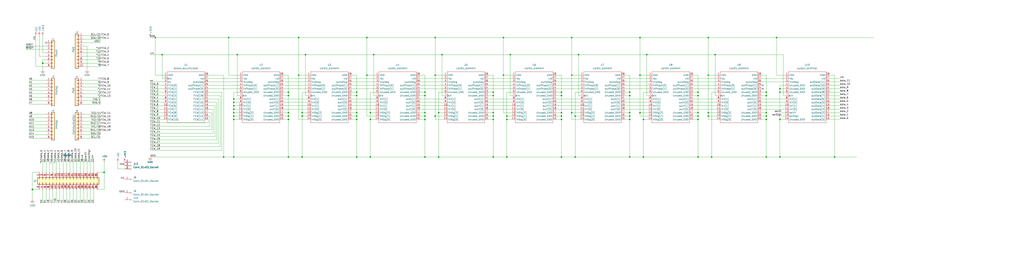
<source format=kicad_sch>
(kicad_sch (version 20250114) (generator "eeschema") (generator_version "9.0")
  (paper "User" 762 203.2)
  (title_block (date "mar. 31 mars 2015"))
  (junction (at 417.83 68.58))
  (junction (at 326.39 83.82))
  (junction (at 316.23 68.58))
  (junction (at 173.99 88.9))
  (junction (at 173.99 86.36))
  (junction (at 417.83 71.12))
  (junction (at 532.13 40.64))
  (junction (at 468.63 71.12))
  (junction (at 580.39 116.84))
  (junction (at 326.39 116.84))
  (junction (at 265.43 88.9))
  (junction (at 24.13 140.97) (diameter 1.016))
  (junction (at 478.79 116.84))
  (junction (at 476.25 83.82))
  (junction (at 417.83 116.84))
  (junction (at 481.33 40.64))
  (junction (at 265.43 71.12))
  (junction (at 427.99 86.36))
  (junction (at 265.43 116.84))
  (junction (at 214.63 83.82))
  (junction (at 273.05 27.94))
  (junction (at 417.83 86.36))
  (junction (at 214.63 116.84))
  (junction (at 468.63 86.36))
  (junction (at 275.59 83.82))
  (junction (at 580.39 66.04))
  (junction (at 173.99 76.2))
  (junction (at 425.45 83.82))
  (junction (at 417.83 88.9))
  (junction (at 316.23 86.36))
  (junction (at 570.23 88.9))
  (junction (at 227.33 40.64))
  (junction (at 173.99 116.84))
  (junction (at 31.75 46.99) (diameter 1.016))
  (junction (at 476.25 27.94))
  (junction (at 173.99 73.66))
  (junction (at 214.63 71.12))
  (junction (at 570.23 86.36))
  (junction (at 224.79 86.36))
  (junction (at 328.93 40.64))
  (junction (at 379.73 40.64))
  (junction (at 278.13 40.64))
  (junction (at 323.85 27.94))
  (junction (at 468.63 68.58))
  (junction (at 519.43 88.9))
  (junction (at 275.59 116.84))
  (junction (at 577.85 27.94))
  (junction (at 468.63 88.9))
  (junction (at 519.43 68.58))
  (junction (at 374.65 27.94))
  (junction (at 275.59 88.9))
  (junction (at 580.39 88.9))
  (junction (at 323.85 86.36))
  (junction (at 214.63 86.36))
  (junction (at 425.45 27.94))
  (junction (at 427.99 116.84))
  (junction (at 621.03 116.84))
  (junction (at 173.99 83.82))
  (junction (at 519.43 83.82))
  (junction (at 176.53 40.64))
  (junction (at 367.03 116.84))
  (junction (at 224.79 83.82))
  (junction (at 367.03 83.82))
  (junction (at 115.57 27.94))
  (junction (at 170.18 27.94))
  (junction (at 367.03 71.12))
  (junction (at 214.63 88.9))
  (junction (at 367.03 68.58))
  (junction (at 478.79 88.9))
  (junction (at 222.25 27.94))
  (junction (at 273.05 55.88))
  (junction (at 265.43 86.36))
  (junction (at 527.05 55.88))
  (junction (at 120.65 40.64))
  (junction (at 468.63 116.84))
  (junction (at 570.23 83.82))
  (junction (at 316.23 71.12))
  (junction (at 377.19 88.9))
  (junction (at 527.05 86.36))
  (junction (at 173.99 81.28))
  (junction (at 476.25 55.88))
  (junction (at 214.63 68.58))
  (junction (at 166.37 116.84))
  (junction (at 468.63 83.82))
  (junction (at 580.39 68.58))
  (junction (at 527.05 27.94))
  (junction (at 316.23 116.84))
  (junction (at 224.79 116.84))
  (junction (at 377.19 116.84))
  (junction (at 265.43 68.58))
  (junction (at 222.25 55.88))
  (junction (at 367.03 88.9))
  (junction (at 519.43 86.36))
  (junction (at 265.43 83.82))
  (junction (at 316.23 83.82))
  (junction (at 519.43 71.12))
  (junction (at 570.23 68.58))
  (junction (at 425.45 55.88))
  (junction (at 173.99 78.74))
  (junction (at 570.23 116.84))
  (junction (at 367.03 86.36))
  (junction (at 430.53 40.64))
  (junction (at 519.43 116.84))
  (junction (at 377.19 86.36))
  (junction (at 527.05 83.82))
  (junction (at 570.23 71.12))
  (junction (at 374.65 55.88))
  (junction (at 77.47 128.27) (diameter 1.016))
  (junction (at 323.85 55.88))
  (junction (at 529.59 116.84))
  (junction (at 417.83 83.82))
  (junction (at 316.23 88.9))
  (no_connect (at 567.69 66.04))
  (no_connect (at 567.69 63.5))
  (no_connect (at 34.29 31.75))
  (wire (pts (xy 154.94 76.2) (xy 161.29 76.2)))
  (wire (pts (xy 111.76 116.84) (xy 166.37 116.84)))
  (wire (pts (xy 478.79 88.9) (xy 482.6 88.9)))
  (wire (pts (xy 62.23 77.47) (xy 74.93 77.47)))
  (wire (pts (xy 427.99 68.58) (xy 427.99 86.36)))
  (wire (pts (xy 427.99 86.36) (xy 431.8 86.36)))
  (wire (pts (xy 158.75 81.28) (xy 158.75 99.06)))
  (wire (pts (xy 173.99 88.9) (xy 173.99 116.84)))
  (wire (pts (xy 431.8 68.58) (xy 427.99 68.58)))
  (wire (pts (xy 515.62 78.74) (xy 533.4 78.74)))
  (wire (pts (xy 464.82 88.9) (xy 468.63 88.9)))
  (wire (pts (xy 316.23 88.9) (xy 316.23 116.84)))
  (wire (pts (xy 224.79 86.36) (xy 228.6 86.36)))
  (wire (pts (xy 377.19 88.9) (xy 381 88.9)))
  (wire (pts (xy 21.59 77.47) (xy 34.29 77.47)))
  (wire (pts (xy 363.22 55.88) (xy 367.03 55.88)))
  (wire (pts (xy 468.63 116.84) (xy 478.79 116.84)))
  (wire (pts (xy 62.23 44.45) (xy 74.93 44.45)))
  (wire (pts (xy 46.99 118.11) (xy 46.99 128.27)))
  (wire (pts (xy 173.99 76.2) (xy 173.99 78.74)))
  (wire (pts (xy 464.82 86.36) (xy 468.63 86.36)))
  (wire (pts (xy 173.99 68.58) (xy 173.99 73.66)))
  (wire (pts (xy 278.13 71.12) (xy 278.13 40.64)))
  (wire (pts (xy 617.22 68.58) (xy 624.84 68.58)))
  (wire (pts (xy 464.82 58.42) (xy 482.6 58.42)))
  (wire (pts (xy 222.25 27.94) (xy 273.05 27.94)))
  (wire (pts (xy 62.23 26.67) (xy 74.93 26.67)))
  (wire (pts (xy 468.63 68.58) (xy 468.63 71.12)))
  (wire (pts (xy 111.76 71.12) (xy 121.92 71.12)))
  (wire (pts (xy 49.53 118.11) (xy 49.53 128.27)))
  (wire (pts (xy 177.8 55.88) (xy 170.18 55.88)))
  (wire (pts (xy 414.02 71.12) (xy 417.83 71.12)))
  (wire (pts (xy 417.83 55.88) (xy 417.83 68.58)))
  (wire (pts (xy 381 83.82) (xy 374.65 83.82)))
  (wire (pts (xy 275.59 88.9) (xy 279.4 88.9)))
  (wire (pts (xy 77.47 128.27) (xy 77.47 140.97)))
  (wire (pts (xy 617.22 86.36) (xy 624.84 86.36)))
  (wire (pts (xy 173.99 81.28) (xy 177.8 81.28)))
  (wire (pts (xy 367.03 68.58) (xy 367.03 71.12)))
  (wire (pts (xy 157.48 83.82) (xy 157.48 96.52)))
  (wire (pts (xy 430.53 71.12) (xy 431.8 71.12)))
  (wire (pts (xy 431.8 88.9) (xy 425.45 88.9)))
  (wire (pts (xy 29.21 128.27) (xy 24.13 128.27)))
  (wire (pts (xy 532.13 40.64) (xy 582.93 40.64)))
  (wire (pts (xy 323.85 86.36) (xy 330.2 86.36)))
  (wire (pts (xy 580.39 68.58) (xy 580.39 88.9)))
  (wire (pts (xy 111.76 111.76) (xy 165.1 111.76)))
  (wire (pts (xy 529.59 68.58) (xy 529.59 116.84)))
  (wire (pts (xy 62.23 90.17) (xy 74.93 90.17)))
  (wire (pts (xy 31.75 44.45) (xy 31.75 46.99)))
  (wire (pts (xy 177.8 83.82) (xy 173.99 83.82)))
  (wire (pts (xy 111.76 109.22) (xy 163.83 109.22)))
  (wire (pts (xy 154.94 58.42) (xy 177.8 58.42)))
  (wire (pts (xy 367.03 55.88) (xy 367.03 68.58)))
  (wire (pts (xy 162.56 73.66) (xy 162.56 106.68)))
  (wire (pts (xy 173.99 88.9) (xy 177.8 88.9)))
  (wire (pts (xy 577.85 27.94) (xy 650.24 27.94)))
  (wire (pts (xy 214.63 116.84) (xy 224.79 116.84)))
  (wire (pts (xy 312.42 63.5) (xy 330.2 63.5)))
  (wire (pts (xy 52.07 140.97) (xy 52.07 151.13)))
  (wire (pts (xy 21.59 72.39) (xy 34.29 72.39)))
  (wire (pts (xy 224.79 83.82) (xy 228.6 83.82)))
  (wire (pts (xy 323.85 86.36) (xy 323.85 55.88)))
  (wire (pts (xy 120.65 40.64) (xy 176.53 40.64)))
  (wire (pts (xy 228.6 55.88) (xy 222.25 55.88)))
  (wire (pts (xy 533.4 68.58) (xy 529.59 68.58)))
  (wire (pts (xy 156.21 86.36) (xy 154.94 86.36)))
  (wire (pts (xy 57.15 118.11) (xy 57.15 128.27)))
  (wire (pts (xy 224.79 116.84) (xy 265.43 116.84)))
  (wire (pts (xy 316.23 55.88) (xy 316.23 68.58)))
  (wire (pts (xy 515.62 68.58) (xy 519.43 68.58)))
  (wire (pts (xy 527.05 83.82) (xy 527.05 55.88)))
  (wire (pts (xy 580.39 63.5) (xy 580.39 66.04)))
  (wire (pts (xy 323.85 88.9) (xy 323.85 86.36)))
  (wire (pts (xy 34.29 118.11) (xy 34.29 128.27)))
  (wire (pts (xy 69.85 118.11) (xy 69.85 128.27)))
  (wire (pts (xy 566.42 55.88) (xy 570.23 55.88)))
  (wire (pts (xy 527.05 83.82) (xy 533.4 83.82)))
  (wire (pts (xy 379.73 40.64) (xy 430.53 40.64)))
  (wire (pts (xy 515.62 58.42) (xy 533.4 58.42)))
  (wire (pts (xy 580.39 88.9) (xy 584.2 88.9)))
  (wire (pts (xy 330.2 88.9) (xy 323.85 88.9)))
  (wire (pts (xy 515.62 55.88) (xy 519.43 55.88)))
  (wire (pts (xy 363.22 81.28) (xy 381 81.28)))
  (wire (pts (xy 31.75 46.99) (xy 31.75 52.07)))
  (wire (pts (xy 379.73 71.12) (xy 379.73 40.64)))
  (wire (pts (xy 529.59 116.84) (xy 570.23 116.84)))
  (wire (pts (xy 111.76 106.68) (xy 162.56 106.68)))
  (wire (pts (xy 173.99 83.82) (xy 173.99 86.36)))
  (wire (pts (xy 519.43 55.88) (xy 519.43 68.58)))
  (wire (pts (xy 377.19 88.9) (xy 377.19 116.84)))
  (wire (pts (xy 210.82 71.12) (xy 214.63 71.12)))
  (wire (pts (xy 464.82 78.74) (xy 482.6 78.74)))
  (wire (pts (xy 328.93 40.64) (xy 379.73 40.64)))
  (wire (pts (xy 120.65 58.42) (xy 120.65 40.64)))
  (wire (pts (xy 64.77 140.97) (xy 64.77 151.13)))
  (wire (pts (xy 316.23 68.58) (xy 316.23 71.12)))
  (wire (pts (xy 154.94 68.58) (xy 165.1 68.58)))
  (wire (pts (xy 31.75 39.37) (xy 34.29 39.37)))
  (wire (pts (xy 44.45 118.11) (xy 44.45 128.27)))
  (wire (pts (xy 29.21 41.91) (xy 34.29 41.91)))
  (wire (pts (xy 154.94 88.9) (xy 154.94 91.44)))
  (wire (pts (xy 54.61 140.97) (xy 54.61 151.13)))
  (wire (pts (xy 210.82 63.5) (xy 228.6 63.5)))
  (wire (pts (xy 261.62 68.58) (xy 265.43 68.58)))
  (wire (pts (xy 374.65 27.94) (xy 425.45 27.94)))
  (wire (pts (xy 617.22 58.42) (xy 624.84 58.42)))
  (wire (pts (xy 29.21 26.67) (xy 29.21 41.91)))
  (wire (pts (xy 468.63 71.12) (xy 468.63 83.82)))
  (wire (pts (xy 21.59 102.87) (xy 34.29 102.87)))
  (wire (pts (xy 363.22 86.36) (xy 367.03 86.36)))
  (wire (pts (xy 39.37 140.97) (xy 39.37 151.13)))
  (wire (pts (xy 519.43 68.58) (xy 519.43 71.12)))
  (wire (pts (xy 154.94 81.28) (xy 158.75 81.28)))
  (wire (pts (xy 62.23 140.97) (xy 62.23 151.13)))
  (wire (pts (xy 527.05 27.94) (xy 577.85 27.94)))
  (wire (pts (xy 210.82 83.82) (xy 214.63 83.82)))
  (wire (pts (xy 111.76 66.04) (xy 121.92 66.04)))
  (wire (pts (xy 214.63 86.36) (xy 214.63 88.9)))
  (wire (pts (xy 464.82 63.5) (xy 482.6 63.5)))
  (wire (pts (xy 414.02 66.04) (xy 431.8 66.04)))
  (wire (pts (xy 62.23 36.83) (xy 74.93 36.83)))
  (wire (pts (xy 515.62 66.04) (xy 533.4 66.04)))
  (wire (pts (xy 273.05 55.88) (xy 273.05 27.94)))
  (wire (pts (xy 111.76 86.36) (xy 121.92 86.36)))
  (wire (pts (xy 31.75 26.67) (xy 31.75 39.37)))
  (wire (pts (xy 62.23 59.69) (xy 74.93 59.69)))
  (wire (pts (xy 111.76 101.6) (xy 160.02 101.6)))
  (wire (pts (xy 328.93 71.12) (xy 330.2 71.12)))
  (wire (pts (xy 617.22 78.74) (xy 624.84 78.74)))
  (wire (pts (xy 464.82 66.04) (xy 482.6 66.04)))
  (wire (pts (xy 367.03 86.36) (xy 367.03 88.9)))
  (wire (pts (xy 34.29 59.69) (xy 21.59 59.69)))
  (wire (pts (xy 279.4 55.88) (xy 273.05 55.88)))
  (wire (pts (xy 570.23 83.82) (xy 570.23 86.36)))
  (wire (pts (xy 312.42 88.9) (xy 316.23 88.9)))
  (wire (pts (xy 566.42 58.42) (xy 584.2 58.42)))
  (wire (pts (xy 62.23 39.37) (xy 74.93 39.37)))
  (wire (pts (xy 414.02 68.58) (xy 417.83 68.58)))
  (wire (pts (xy 476.25 83.82) (xy 482.6 83.82)))
  (wire (pts (xy 566.42 76.2) (xy 584.2 76.2)))
  (wire (pts (xy 617.22 71.12) (xy 624.84 71.12)))
  (wire (pts (xy 414.02 88.9) (xy 417.83 88.9)))
  (wire (pts (xy 515.62 60.96) (xy 533.4 60.96)))
  (wire (pts (xy 34.29 100.33) (xy 21.59 100.33)))
  (wire (pts (xy 312.42 73.66) (xy 330.2 73.66)))
  (wire (pts (xy 464.82 71.12) (xy 468.63 71.12)))
  (wire (pts (xy 111.76 91.44) (xy 154.94 91.44)))
  (wire (pts (xy 210.82 68.58) (xy 214.63 68.58)))
  (wire (pts (xy 566.42 71.12) (xy 570.23 71.12)))
  (wire (pts (xy 377.19 116.84) (xy 417.83 116.84)))
  (wire (pts (xy 617.22 63.5) (xy 624.84 63.5)))
  (wire (pts (xy 427.99 86.36) (xy 427.99 116.84)))
  (wire (pts (xy 476.25 55.88) (xy 476.25 27.94)))
  (wire (pts (xy 156.21 86.36) (xy 156.21 93.98)))
  (wire (pts (xy 468.63 88.9) (xy 468.63 116.84)))
  (wire (pts (xy 62.23 62.23) (xy 74.93 62.23)))
  (wire (pts (xy 464.82 60.96) (xy 482.6 60.96)))
  (wire (pts (xy 414.02 73.66) (xy 431.8 73.66)))
  (wire (pts (xy 111.76 27.94) (xy 115.57 27.94)))
  (wire (pts (xy 210.82 55.88) (xy 214.63 55.88)))
  (wire (pts (xy 468.63 86.36) (xy 468.63 88.9)))
  (wire (pts (xy 363.22 66.04) (xy 381 66.04)))
  (wire (pts (xy 227.33 40.64) (xy 278.13 40.64)))
  (wire (pts (xy 621.03 116.84) (xy 637.54 116.84)))
  (wire (pts (xy 464.82 83.82) (xy 468.63 83.82)))
  (wire (pts (xy 476.25 86.36) (xy 476.25 83.82)))
  (wire (pts (xy 581.66 83.82) (xy 584.2 83.82)))
  (wire (pts (xy 62.23 97.79) (xy 74.93 97.79)))
  (wire (pts (xy 363.22 88.9) (xy 367.03 88.9)))
  (wire (pts (xy 519.43 71.12) (xy 519.43 83.82)))
  (wire (pts (xy 515.62 76.2) (xy 533.4 76.2)))
  (wire (pts (xy 617.22 76.2) (xy 624.84 76.2)))
  (wire (pts (xy 363.22 78.74) (xy 381 78.74)))
  (wire (pts (xy 519.43 116.84) (xy 529.59 116.84)))
  (wire (pts (xy 617.22 66.04) (xy 624.84 66.04)))
  (wire (pts (xy 279.4 86.36) (xy 273.05 86.36)))
  (wire (pts (xy 265.43 55.88) (xy 265.43 68.58)))
  (wire (pts (xy 54.61 118.11) (xy 54.61 128.27)))
  (wire (pts (xy 482.6 68.58) (xy 478.79 68.58)))
  (wire (pts (xy 265.43 86.36) (xy 265.43 88.9)))
  (wire (pts (xy 222.25 88.9) (xy 222.25 55.88)))
  (wire (pts (xy 261.62 76.2) (xy 279.4 76.2)))
  (wire (pts (xy 24.13 128.27) (xy 24.13 140.97)))
  (wire (pts (xy 519.43 83.82) (xy 519.43 86.36)))
  (wire (pts (xy 265.43 68.58) (xy 265.43 71.12)))
  (wire (pts (xy 39.37 118.11) (xy 39.37 128.27)))
  (wire (pts (xy 29.21 140.97) (xy 24.13 140.97)))
  (wire (pts (xy 176.53 71.12) (xy 176.53 40.64)))
  (wire (pts (xy 273.05 27.94) (xy 323.85 27.94)))
  (wire (pts (xy 210.82 81.28) (xy 228.6 81.28)))
  (wire (pts (xy 261.62 86.36) (xy 265.43 86.36)))
  (wire (pts (xy 62.23 46.99) (xy 74.93 46.99)))
  (wire (pts (xy 62.23 118.11) (xy 62.23 128.27)))
  (wire (pts (xy 312.42 83.82) (xy 316.23 83.82)))
  (wire (pts (xy 275.59 83.82) (xy 279.4 83.82)))
  (wire (pts (xy 381 68.58) (xy 377.19 68.58)))
  (wire (pts (xy 214.63 68.58) (xy 214.63 71.12)))
  (wire (pts (xy 515.62 71.12) (xy 519.43 71.12)))
  (wire (pts (xy 59.69 118.11) (xy 59.69 128.27)))
  (wire (pts (xy 261.62 78.74) (xy 279.4 78.74)))
  (wire (pts (xy 41.91 140.97) (xy 41.91 151.13)))
  (wire (pts (xy 59.69 140.97) (xy 59.69 151.13)))
  (wire (pts (xy 111.76 83.82) (xy 121.92 83.82)))
  (wire (pts (xy 36.83 140.97) (xy 36.83 151.13)))
  (wire (pts (xy 67.31 118.11) (xy 67.31 128.27)))
  (wire (pts (xy 566.42 68.58) (xy 570.23 68.58)))
  (wire (pts (xy 425.45 83.82) (xy 425.45 88.9)))
  (wire (pts (xy 519.43 86.36) (xy 519.43 88.9)))
  (wire (pts (xy 431.8 55.88) (xy 425.45 55.88)))
  (wire (pts (xy 261.62 73.66) (xy 279.4 73.66)))
  (wire (pts (xy 62.23 67.31) (xy 74.93 67.31)))
  (wire (pts (xy 580.39 116.84) (xy 621.03 116.84)))
  (wire (pts (xy 570.23 55.88) (xy 570.23 68.58)))
  (wire (pts (xy 227.33 71.12) (xy 228.6 71.12)))
  (wire (pts (xy 46.99 140.97) (xy 46.99 151.13)))
  (wire (pts (xy 210.82 88.9) (xy 214.63 88.9)))
  (wire (pts (xy 273.05 86.36) (xy 273.05 55.88)))
  (wire (pts (xy 166.37 55.88) (xy 166.37 116.84)))
  (wire (pts (xy 261.62 60.96) (xy 279.4 60.96)))
  (wire (pts (xy 161.29 76.2) (xy 161.29 104.14)))
  (wire (pts (xy 41.91 118.11) (xy 41.91 128.27)))
  (wire (pts (xy 527.05 86.36) (xy 533.4 86.36)))
  (wire (pts (xy 228.6 68.58) (xy 224.79 68.58)))
  (wire (pts (xy 312.42 60.96) (xy 330.2 60.96)))
  (wire (pts (xy 177.8 68.58) (xy 173.99 68.58)))
  (wire (pts (xy 210.82 73.66) (xy 228.6 73.66)))
  (wire (pts (xy 19.05 34.29) (xy 34.29 34.29)))
  (wire (pts (xy 160.02 78.74) (xy 160.02 101.6)))
  (wire (pts (xy 363.22 83.82) (xy 367.03 83.82)))
  (wire (pts (xy 261.62 55.88) (xy 265.43 55.88)))
  (wire (pts (xy 570.23 86.36) (xy 570.23 88.9)))
  (wire (pts (xy 275.59 68.58) (xy 275.59 83.82)))
  (wire (pts (xy 377.19 86.36) (xy 377.19 88.9)))
  (wire (pts (xy 154.94 66.04) (xy 177.8 66.04)))
  (wire (pts (xy 468.63 83.82) (xy 468.63 86.36)))
  (wire (pts (xy 87.63 120.65) (xy 87.63 125.73)))
  (wire (pts (xy 265.43 83.82) (xy 265.43 86.36)))
  (wire (pts (xy 210.82 60.96) (xy 228.6 60.96)))
  (wire (pts (xy 115.57 55.88) (xy 115.57 27.94)))
  (wire (pts (xy 210.82 66.04) (xy 228.6 66.04)))
  (wire (pts (xy 154.94 73.66) (xy 162.56 73.66)))
  (wire (pts (xy 481.33 71.12) (xy 481.33 40.64)))
  (wire (pts (xy 584.2 55.88) (xy 577.85 55.88)))
  (wire (pts (xy 414.02 76.2) (xy 431.8 76.2)))
  (wire (pts (xy 62.23 87.63) (xy 74.93 87.63)))
  (wire (pts (xy 77.47 120.65) (xy 77.47 128.27)))
  (wire (pts (xy 468.63 55.88) (xy 468.63 68.58)))
  (wire (pts (xy 363.22 68.58) (xy 367.03 68.58)))
  (wire (pts (xy 326.39 116.84) (xy 367.03 116.84)))
  (wire (pts (xy 224.79 68.58) (xy 224.79 83.82)))
  (wire (pts (xy 228.6 88.9) (xy 222.25 88.9)))
  (wire (pts (xy 64.77 34.29) (xy 64.77 52.07)))
  (wire (pts (xy 111.76 81.28) (xy 121.92 81.28)))
  (wire (pts (xy 62.23 102.87) (xy 74.93 102.87)))
  (wire (pts (xy 566.42 81.28) (xy 584.2 81.28)))
  (wire (pts (xy 363.22 71.12) (xy 367.03 71.12)))
  (wire (pts (xy 261.62 83.82) (xy 265.43 83.82)))
  (wire (pts (xy 62.23 31.75) (xy 74.93 31.75)))
  (wire (pts (xy 533.4 88.9) (xy 527.05 88.9)))
  (wire (pts (xy 111.76 104.14) (xy 161.29 104.14)))
  (wire (pts (xy 72.39 128.27) (xy 77.47 128.27)))
  (wire (pts (xy 478.79 116.84) (xy 519.43 116.84)))
  (wire (pts (xy 275.59 116.84) (xy 316.23 116.84)))
  (wire (pts (xy 62.23 95.25) (xy 74.93 95.25)))
  (wire (pts (xy 111.76 68.58) (xy 121.92 68.58)))
  (wire (pts (xy 21.59 92.71) (xy 34.29 92.71)))
  (wire (pts (xy 481.33 71.12) (xy 482.6 71.12)))
  (wire (pts (xy 566.42 88.9) (xy 570.23 88.9)))
  (wire (pts (xy 34.29 64.77) (xy 21.59 64.77)))
  (wire (pts (xy 19.05 36.83) (xy 34.29 36.83)))
  (wire (pts (xy 278.13 71.12) (xy 279.4 71.12)))
  (wire (pts (xy 157.48 83.82) (xy 154.94 83.82)))
  (wire (pts (xy 62.23 85.09) (xy 74.93 85.09)))
  (wire (pts (xy 323.85 27.94) (xy 374.65 27.94)))
  (wire (pts (xy 34.29 46.99) (xy 31.75 46.99)))
  (wire (pts (xy 377.19 68.58) (xy 377.19 86.36)))
  (wire (pts (xy 265.43 71.12) (xy 265.43 83.82)))
  (wire (pts (xy 584.2 68.58) (xy 580.39 68.58)))
  (wire (pts (xy 580.39 88.9) (xy 580.39 116.84)))
  (wire (pts (xy 417.83 68.58) (xy 417.83 71.12)))
  (wire (pts (xy 312.42 76.2) (xy 330.2 76.2)))
  (wire (pts (xy 617.22 88.9) (xy 624.84 88.9)))
  (wire (pts (xy 377.19 86.36) (xy 381 86.36)))
  (wire (pts (xy 170.18 27.94) (xy 222.25 27.94)))
  (wire (pts (xy 275.59 83.82) (xy 275.59 88.9)))
  (wire (pts (xy 326.39 68.58) (xy 326.39 83.82)))
  (wire (pts (xy 111.76 40.64) (xy 120.65 40.64)))
  (wire (pts (xy 417.83 88.9) (xy 417.83 116.84)))
  (wire (pts (xy 570.23 68.58) (xy 570.23 71.12)))
  (wire (pts (xy 527.05 55.88) (xy 527.05 27.94)))
  (wire (pts (xy 580.39 66.04) (xy 580.39 68.58)))
  (wire (pts (xy 323.85 55.88) (xy 323.85 27.94)))
  (wire (pts (xy 173.99 73.66) (xy 177.8 73.66)))
  (wire (pts (xy 570.23 71.12) (xy 570.23 83.82)))
  (wire (pts (xy 427.99 116.84) (xy 468.63 116.84)))
  (wire (pts (xy 414.02 78.74) (xy 431.8 78.74)))
  (wire (pts (xy 316.23 86.36) (xy 316.23 88.9)))
  (wire (pts (xy 279.4 68.58) (xy 275.59 68.58)))
  (wire (pts (xy 176.53 71.12) (xy 177.8 71.12)))
  (wire (pts (xy 176.53 40.64) (xy 227.33 40.64)))
  (wire (pts (xy 519.43 88.9) (xy 519.43 116.84)))
  (wire (pts (xy 567.69 66.04) (xy 566.42 66.04)))
  (wire (pts (xy 173.99 78.74) (xy 177.8 78.74)))
  (wire (pts (xy 173.99 73.66) (xy 173.99 76.2)))
  (wire (pts (xy 414.02 81.28) (xy 431.8 81.28)))
  (wire (pts (xy 34.29 49.53) (xy 26.67 49.53)))
  (wire (pts (xy 210.82 58.42) (xy 228.6 58.42)))
  (wire (pts (xy 31.75 118.11) (xy 31.75 128.27)))
  (wire (pts (xy 312.42 78.74) (xy 330.2 78.74)))
  (wire (pts (xy 367.03 116.84) (xy 377.19 116.84)))
  (wire (pts (xy 111.76 76.2) (xy 121.92 76.2)))
  (wire (pts (xy 224.79 86.36) (xy 224.79 116.84)))
  (wire (pts (xy 621.03 55.88) (xy 621.03 116.84)))
  (wire (pts (xy 21.59 62.23) (xy 34.29 62.23)))
  (wire (pts (xy 566.42 86.36) (xy 570.23 86.36)))
  (wire (pts (xy 580.39 66.04) (xy 584.2 66.04)))
  (wire (pts (xy 478.79 68.58) (xy 478.79 88.9)))
  (wire (pts (xy 414.02 86.36) (xy 417.83 86.36)))
  (wire (pts (xy 379.73 71.12) (xy 381 71.12)))
  (wire (pts (xy 363.22 60.96) (xy 381 60.96)))
  (wire (pts (xy 34.29 140.97) (xy 34.29 151.13)))
  (wire (pts (xy 464.82 73.66) (xy 482.6 73.66)))
  (wire (pts (xy 111.76 88.9) (xy 121.92 88.9)))
  (wire (pts (xy 214.63 55.88) (xy 214.63 68.58)))
  (wire (pts (xy 464.82 55.88) (xy 468.63 55.88)))
  (wire (pts (xy 570.23 116.84) (xy 580.39 116.84)))
  (wire (pts (xy 515.62 63.5) (xy 533.4 63.5)))
  (wire (pts (xy 210.82 78.74) (xy 228.6 78.74)))
  (wire (pts (xy 170.18 55.88) (xy 170.18 27.94)))
  (wire (pts (xy 111.76 63.5) (xy 121.92 63.5)))
  (wire (pts (xy 154.94 71.12) (xy 163.83 71.12)))
  (wire (pts (xy 533.4 55.88) (xy 527.05 55.88)))
  (wire (pts (xy 363.22 76.2) (xy 381 76.2)))
  (wire (pts (xy 581.66 86.36) (xy 584.2 86.36)))
  (wire (pts (xy 482.6 55.88) (xy 476.25 55.88)))
  (wire (pts (xy 265.43 88.9) (xy 265.43 116.84)))
  (wire (pts (xy 326.39 83.82) (xy 326.39 116.84)))
  (wire (pts (xy 57.15 140.97) (xy 57.15 151.13)))
  (wire (pts (xy 111.76 60.96) (xy 121.92 60.96)))
  (wire (pts (xy 275.59 88.9) (xy 275.59 116.84)))
  (wire (pts (xy 476.25 83.82) (xy 476.25 55.88)))
  (wire (pts (xy 214.63 83.82) (xy 214.63 86.36)))
  (wire (pts (xy 34.29 90.17) (xy 21.59 90.17)))
  (wire (pts (xy 173.99 86.36) (xy 173.99 88.9)))
  (wire (pts (xy 312.42 58.42) (xy 330.2 58.42)))
  (wire (pts (xy 464.82 76.2) (xy 482.6 76.2)))
  (wire (pts (xy 527.05 86.36) (xy 527.05 83.82)))
  (wire (pts (xy 31.75 140.97) (xy 31.75 151.13)))
  (wire (pts (xy 62.23 92.71) (xy 74.93 92.71)))
  (wire (pts (xy 62.23 34.29) (xy 64.77 34.29)))
  (wire (pts (xy 49.53 140.97) (xy 49.53 151.13)))
  (wire (pts (xy 363.22 73.66) (xy 381 73.66)))
  (wire (pts (xy 577.85 55.88) (xy 577.85 27.94)))
  (wire (pts (xy 111.76 78.74) (xy 121.92 78.74)))
  (wire (pts (xy 527.05 88.9) (xy 527.05 86.36)))
  (wire (pts (xy 173.99 81.28) (xy 173.99 83.82)))
  (wire (pts (xy 312.42 71.12) (xy 316.23 71.12)))
  (wire (pts (xy 566.42 78.74) (xy 584.2 78.74)))
  (wire (pts (xy 34.29 44.45) (xy 31.75 44.45)))
  (wire (pts (xy 261.62 88.9) (xy 265.43 88.9)))
  (wire (pts (xy 21.59 97.79) (xy 34.29 97.79)))
  (wire (pts (xy 363.22 58.42) (xy 381 58.42)))
  (wire (pts (xy 417.83 116.84) (xy 427.99 116.84)))
  (wire (pts (xy 165.1 68.58) (xy 165.1 111.76)))
  (wire (pts (xy 316.23 71.12) (xy 316.23 83.82)))
  (wire (pts (xy 326.39 83.82) (xy 330.2 83.82)))
  (wire (pts (xy 64.77 118.11) (xy 64.77 128.27)))
  (wire (pts (xy 316.23 83.82) (xy 316.23 86.36)))
  (wire (pts (xy 154.94 78.74) (xy 160.02 78.74)))
  (wire (pts (xy 62.23 41.91) (xy 74.93 41.91)))
  (wire (pts (xy 367.03 71.12) (xy 367.03 83.82)))
  (wire (pts (xy 261.62 63.5) (xy 279.4 63.5)))
  (wire (pts (xy 163.83 71.12) (xy 163.83 109.22)))
  (wire (pts (xy 52.07 118.11) (xy 52.07 128.27)))
  (wire (pts (xy 367.03 88.9) (xy 367.03 116.84)))
  (wire (pts (xy 265.43 116.84) (xy 275.59 116.84)))
  (wire (pts (xy 261.62 66.04) (xy 279.4 66.04)))
  (wire (pts (xy 425.45 27.94) (xy 476.25 27.94)))
  (wire (pts (xy 87.63 125.73) (xy 92.71 125.73)))
  (wire (pts (xy 617.22 81.28) (xy 624.84 81.28)))
  (wire (pts (xy 21.59 87.63) (xy 34.29 87.63)))
  (wire (pts (xy 224.79 83.82) (xy 224.79 86.36)))
  (wire (pts (xy 464.82 81.28) (xy 482.6 81.28)))
  (wire (pts (xy 414.02 63.5) (xy 431.8 63.5)))
  (wire (pts (xy 278.13 40.64) (xy 328.93 40.64)))
  (wire (pts (xy 121.92 55.88) (xy 115.57 55.88)))
  (wire (pts (xy 430.53 40.64) (xy 481.33 40.64)))
  (wire (pts (xy 367.03 83.82) (xy 367.03 86.36)))
  (wire (pts (xy 62.23 64.77) (xy 74.93 64.77)))
  (wire (pts (xy 570.23 88.9) (xy 570.23 116.84)))
  (wire (pts (xy 617.22 73.66) (xy 624.84 73.66)))
  (wire (pts (xy 417.83 83.82) (xy 417.83 86.36)))
  (wire (pts (xy 154.94 55.88) (xy 166.37 55.88)))
  (wire (pts (xy 363.22 63.5) (xy 381 63.5)))
  (wire (pts (xy 515.62 86.36) (xy 519.43 86.36)))
  (wire (pts (xy 21.59 67.31) (xy 34.29 67.31)))
  (wire (pts (xy 312.42 55.88) (xy 316.23 55.88)))
  (wire (pts (xy 154.94 63.5) (xy 177.8 63.5)))
  (wire (pts (xy 111.76 99.06) (xy 158.75 99.06)))
  (wire (pts (xy 36.83 118.11) (xy 36.83 128.27)))
  (wire (pts (xy 464.82 68.58) (xy 468.63 68.58)))
  (wire (pts (xy 214.63 71.12) (xy 214.63 83.82)))
  (wire (pts (xy 173.99 116.84) (xy 214.63 116.84)))
  (wire (pts (xy 381 55.88) (xy 374.65 55.88)))
  (wire (pts (xy 173.99 76.2) (xy 177.8 76.2)))
  (wire (pts (xy 532.13 71.12) (xy 532.13 40.64)))
  (wire (pts (xy 566.42 60.96) (xy 584.2 60.96)))
  (wire (pts (xy 62.23 100.33) (xy 74.93 100.33)))
  (wire (pts (xy 584.2 63.5) (xy 580.39 63.5)))
  (wire (pts (xy 425.45 55.88) (xy 425.45 83.82)))
  (wire (pts (xy 425.45 27.94) (xy 425.45 55.88)))
  (wire (pts (xy 417.83 86.36) (xy 417.83 88.9)))
  (wire (pts (xy 374.65 83.82) (xy 374.65 55.88)))
  (wire (pts (xy 77.47 140.97) (xy 72.39 140.97)))
  (wire (pts (xy 261.62 58.42) (xy 279.4 58.42)))
  (wire (pts (xy 515.62 81.28) (xy 533.4 81.28)))
  (wire (pts (xy 34.29 85.09) (xy 21.59 85.09)))
  (wire (pts (xy 567.69 63.5) (xy 566.42 63.5)))
  (wire (pts (xy 430.53 71.12) (xy 430.53 40.64)))
  (wire (pts (xy 154.94 60.96) (xy 177.8 60.96)))
  (wire (pts (xy 312.42 81.28) (xy 330.2 81.28)))
  (wire (pts (xy 111.76 73.66) (xy 121.92 73.66)))
  (wire (pts (xy 214.63 88.9) (xy 214.63 116.84)))
  (wire (pts (xy 111.76 93.98) (xy 156.21 93.98)))
  (wire (pts (xy 582.93 40.64) (xy 582.93 71.12)))
  (wire (pts (xy 222.25 55.88) (xy 222.25 27.94)))
  (wire (pts (xy 120.65 58.42) (xy 121.92 58.42)))
  (wire (pts (xy 330.2 68.58) (xy 326.39 68.58)))
  (wire (pts (xy 69.85 140.97) (xy 69.85 151.13)))
  (wire (pts (xy 617.22 83.82) (xy 624.84 83.82)))
  (wire (pts (xy 173.99 78.74) (xy 173.99 81.28)))
  (wire (pts (xy 312.42 86.36) (xy 316.23 86.36)))
  (wire (pts (xy 515.62 73.66) (xy 533.4 73.66)))
  (wire (pts (xy 566.42 73.66) (xy 584.2 73.66)))
  (wire (pts (xy 417.83 71.12) (xy 417.83 83.82)))
  (wire (pts (xy 62.23 29.21) (xy 74.93 29.21)))
  (wire (pts (xy 425.45 83.82) (xy 431.8 83.82)))
  (wire (pts (xy 67.31 140.97) (xy 67.31 151.13)))
  (wire (pts (xy 617.22 60.96) (xy 624.84 60.96)))
  (wire (pts (xy 482.6 86.36) (xy 476.25 86.36)))
  (wire (pts (xy 115.57 27.94) (xy 170.18 27.94)))
  (wire (pts (xy 210.82 76.2) (xy 228.6 76.2)))
  (wire (pts (xy 312.42 68.58) (xy 316.23 68.58)))
  (wire (pts (xy 617.22 55.88) (xy 621.03 55.88)))
  (wire (pts (xy 62.23 72.39) (xy 74.93 72.39)))
  (wire (pts (xy 414.02 83.82) (xy 417.83 83.82)))
  (wire (pts (xy 316.23 116.84) (xy 326.39 116.84)))
  (wire (pts (xy 566.42 83.82) (xy 570.23 83.82)))
  (wire (pts (xy 166.37 116.84) (xy 173.99 116.84)))
  (wire (pts (xy 584.2 71.12) (xy 582.93 71.12)))
  (wire (pts (xy 62.23 69.85) (xy 74.93 69.85)))
  (wire (pts (xy 414.02 58.42) (xy 431.8 58.42)))
  (wire (pts (xy 173.99 86.36) (xy 177.8 86.36)))
  (wire (pts (xy 261.62 71.12) (xy 265.43 71.12)))
  (wire (pts (xy 478.79 88.9) (xy 478.79 116.84)))
  (wire (pts (xy 328.93 71.12) (xy 328.93 40.64)))
  (wire (pts (xy 481.33 40.64) (xy 532.13 40.64)))
  (wire (pts (xy 44.45 140.97) (xy 44.45 151.13)))
  (wire (pts (xy 532.13 71.12) (xy 533.4 71.12)))
  (wire (pts (xy 312.42 66.04) (xy 330.2 66.04)))
  (wire (pts (xy 210.82 86.36) (xy 214.63 86.36)))
  (wire (pts (xy 374.65 55.88) (xy 374.65 27.94)))
  (wire (pts (xy 414.02 55.88) (xy 417.83 55.88)))
  (wire (pts (xy 261.62 81.28) (xy 279.4 81.28)))
  (wire (pts (xy 515.62 88.9) (xy 519.43 88.9)))
  (wire (pts (xy 515.62 83.82) (xy 519.43 83.82)))
  (wire (pts (xy 111.76 96.52) (xy 157.48 96.52)))
  (wire (pts (xy 62.23 74.93) (xy 74.93 74.93)))
  (wire (pts (xy 34.29 95.25) (xy 21.59 95.25)))
  (wire (pts (xy 414.02 60.96) (xy 431.8 60.96)))
  (wire (pts (xy 26.67 49.53) (xy 26.67 26.67)))
  (wire (pts (xy 24.13 140.97) (xy 24.13 148.59)))
  (wire (pts (xy 34.29 74.93) (xy 21.59 74.93)))
  (wire (pts (xy 34.29 69.85) (xy 21.59 69.85)))
  (wire (pts (xy 476.25 27.94) (xy 527.05 27.94)))
  (wire (pts (xy 227.33 71.12) (xy 227.33 40.64)))
  (wire (pts (xy 330.2 55.88) (xy 323.85 55.88)))
  (wire (pts (xy 62.23 49.53) (xy 74.93 49.53)))
  (label "A10" (at 21.59 90.17 0))
  (label "RX0{slash}0" (at 74.93 77.47 180))
  (label "A15" (at 21.59 102.87 0))
  (label "A2" (at 21.59 64.77 0))
  (label "FCW_1" (at 111.76 66.04 0))
  (label "RX2{slash}17" (at 74.93 92.71 180))
  (label "FCW_15" (at 111.76 101.6 0))
  (label "*4" (at 74.93 67.31 180))
  (label "data_2" (at 36.83 118.11 90))
  (label "data_11" (at 624.84 60.96 0))
  (label "FCW_10" (at 74.93 64.77 0))
  (label "FCW_9" (at 74.93 62.23 0))
  (label "FCW_17" (at 111.76 106.68 0))
  (label "SDA{slash}20" (at 74.93 100.33 180))
  (label "26" (at 64.77 118.11 270))
  (label "31" (at 59.69 151.13 90))
  (label "22" (at 69.85 118.11 270))
  (label "33" (at 57.15 151.13 90))
  (label "FCW_19" (at 74.93 97.79 0))
  (label "36" (at 52.07 118.11 270))
  (label "data_5" (at 624.84 76.2 0))
  (label "*2" (at 74.93 72.39 180))
  (label "vld" (at 62.23 118.11 90))
  (label "data_5" (at 44.45 118.11 90))
  (label "TX1{slash}18" (at 74.93 95.25 180))
  (label "*44" (at 41.91 118.11 270))
  (label "A3" (at 21.59 67.31 0))
  (label "FCW_14" (at 111.76 99.06 0))
  (label "data_4" (at 41.91 118.11 90))
  (label "FCW_0" (at 74.93 26.67 0))
  (label "*13" (at 74.93 36.83 180))
  (label "data_4" (at 624.84 78.74 0))
  (label "FCW_2" (at 111.76 68.58 0))
  (label "*52" (at 31.75 118.11 270))
  (label "en" (at 111.76 60.96 0))
  (label "*12" (at 74.93 39.37 180))
  (label "data_9" (at 54.61 118.11 90))
  (label "40" (at 46.99 118.11 270))
  (label "FCW_1" (at 74.93 29.21 0))
  (label "~{RESET}" (at 19.05 36.83 0))
  (label "FCW_13" (at 74.93 72.39 0))
  (label "FCW_10" (at 111.76 88.9 0))
  (label "35" (at 54.61 151.13 90))
  (label "FCW_18" (at 74.93 95.25 0))
  (label "FCW_14" (at 74.93 85.09 0))
  (label "*10" (at 74.93 44.45 180))
  (label "FCW_5" (at 111.76 76.2 0))
  (label "FCW_8" (at 111.76 83.82 0))
  (label "FCW_12" (at 74.93 69.85 0))
  (label "data_8" (at 52.07 118.11 90))
  (label "FCW_6" (at 111.76 78.74 0))
  (label "data_6" (at 624.84 73.66 0))
  (label "28" (at 62.23 118.11 270))
  (label "FCW_13" (at 111.76 96.52 0))
  (label "FCW_9" (at 111.76 86.36 0))
  (label "data_9" (at 624.84 66.04 0))
  (label "23" (at 69.85 151.13 90))
  (label "29" (at 62.23 151.13 90))
  (label "A13" (at 21.59 97.79 0))
  (label "VDD" (at 111.76 27.94 0))
  (label "FCW_2" (at 74.93 36.83 0))
  (label "41" (at 46.99 151.13 90))
  (label "30" (at 59.69 118.11 270))
  (label "47" (at 39.37 151.13 90))
  (label "data_2" (at 624.84 83.82 0))
  (label "34" (at 54.61 118.11 270))
  (label "*45" (at 41.91 151.13 90))
  (label "data_3" (at 624.84 81.28 0))
  (label "38" (at 49.53 118.11 270))
  (label "51" (at 34.29 151.13 90))
  (label "data_1" (at 624.84 86.36 0))
  (label "data_0" (at 31.75 118.11 90))
  (label "*7" (at 74.93 59.69 180))
  (label "SDA{slash}20" (at 74.93 29.21 180))
  (label "*8" (at 74.93 49.53 180))
  (label "FCW_0" (at 111.76 63.5 0))
  (label "FCW_7" (at 111.76 81.28 0))
  (label "FCW_3" (at 74.93 39.37 0))
  (label "A9" (at 21.59 87.63 0))
  (label "*11" (at 74.93 41.91 180))
  (label "*3" (at 74.93 69.85 180))
  (label "selSign" (at 67.31 118.11 90))
  (label "data_10" (at 57.15 118.11 90))
  (label "FCW_11" (at 111.76 91.44 0))
  (label "FCW_4" (at 74.93 41.91 0))
  (label "A6" (at 21.59 74.93 0))
  (label "FCW_16" (at 111.76 104.14 0))
  (label "selSign" (at 581.66 86.36 180))
  (label "FCW_4" (at 111.76 73.66 0))
  (label "data_7" (at 49.53 118.11 90))
  (label "42" (at 44.45 118.11 270))
  (label "selXY" (at 64.77 118.11 90))
  (label "data_1" (at 34.29 118.11 90))
  (label "A1" (at 21.59 62.23 0))
  (label "53" (at 31.75 151.13 90))
  (label "TX0{slash}1" (at 74.93 74.93 180))
  (label "24" (at 67.31 118.11 270))
  (label "data_3" (at 39.37 118.11 90))
  (label "FCW_15" (at 74.93 87.63 0))
  (label "RX1{slash}19" (at 74.93 97.79 180))
  (label "GND" (at 111.76 116.84 0))
  (label "FCW_8" (at 74.93 59.69 0))
  (label "A0" (at 21.59 59.69 0))
  (label "AREF" (at 74.93 31.75 180))
  (label "A14" (at 21.59 100.33 0))
  (label "39" (at 49.53 151.13 90))
  (label "A8" (at 21.59 85.09 0))
  (label "selXY" (at 581.66 83.82 180))
  (label "Vin" (at 26.67 26.67 270))
  (label "27" (at 64.77 151.13 90))
  (label "37" (at 52.07 151.13 90))
  (label "25" (at 67.31 151.13 90))
  (label "FCW_11" (at 74.93 67.31 0))
  (label "*6" (at 74.93 62.23 180))
  (label "*46" (at 39.37 118.11 270))
  (label "SCL{slash}21" (at 74.93 26.67 180))
  (label "FCW_17" (at 74.93 92.71 0))
  (label "*9" (at 74.93 46.99 180))
  (label "FCW_7" (at 74.93 49.53 0))
  (label "50" (at 34.29 118.11 270))
  (label "FCW_12" (at 111.76 93.98 0))
  (label "TX2{slash}16" (at 74.93 90.17 180))
  (label "data_6" (at 46.99 118.11 90))
  (label "data_11" (at 59.69 118.11 90))
  (label "clk" (at 111.76 40.64 0))
  (label "*5" (at 74.93 64.77 180))
  (label "GND" (at 92.71 143.51 180))
  (label "vld" (at 624.84 58.42 0))
  (label "IOREF" (at 19.05 34.29 0))
  (label "data_8" (at 624.84 68.58 0))
  (label "data_7" (at 624.84 71.12 0))
  (label "data_0" (at 624.84 88.9 0))
  (label "A7" (at 21.59 77.47 0))
  (label "FCW_19" (at 111.76 111.76 0))
  (label "clk" (at 69.85 118.11 90))
  (label "VDD" (at 92.71 123.19 180))
  (label "A11" (at 21.59 92.71 0))
  (label "A4" (at 21.59 69.85 0))
  (label "49" (at 36.83 151.13 90))
  (label "A5" (at 21.59 72.39 0))
  (label "RX3{slash}15" (at 74.93 87.63 180))
  (label "TX3{slash}14" (at 74.93 85.09 180))
  (label "FCW_3" (at 111.76 71.12 0))
  (label "FCW_6" (at 74.93 46.99 0))
  (label "FCW_16" (at 74.93 90.17 0))
  (label "data_10" (at 624.84 63.5 0))
  (label "32" (at 57.15 118.11 270))
  (label "43" (at 44.45 151.13 90))
  (label "FCW_5" (at 74.93 44.45 0))
  (label "A12" (at 21.59 95.25 0))
  (label "FCW_18" (at 111.76 109.22 0))
  (label "SCL{slash}21" (at 74.93 102.87 180))
  (label "clk" (at 92.71 133.35 180))
  (label "48" (at 36.83 118.11 270))
  (symbol (lib_id "Connector_Generic:Conn_01x08") (at 39.37 39.37 0) (unit 1)
    (property "Reference" "J1" (at 39.37 29.21 0))
    (property "Value" "Power" (at 41.91 39.37 90))
    (property "Footprint" "Connector_PinSocket_2.54mm:PinSocket_1x08_P2.54mm_Vertical" (effects (hide yes)))
  )
  (symbol (lib_id "power:+3V3") (at 31.75 26.67 0) (unit 1)
    (property "Reference" "#PWR03" (effects (hide yes)))
    (property "Value" "+3V3" (at 32.131 23.622 90) (effects (justify left)))
  )
  (symbol (lib_id "power:+5V") (at 29.21 26.67 0) (unit 1)
    (property "Reference" "#PWR02" (effects (hide yes)))
    (property "Value" "+5V" (at 29.5656 23.622 90) (effects (justify left)))
  )
  (symbol (lib_id "power:GND") (at 31.75 52.07 0) (unit 1)
    (property "Reference" "#PWR04" (effects (hide yes)))
    (property "Value" "GND" (at 31.75 55.88 0))
  )
  (symbol (lib_id "Connector_Generic:Conn_01x10") (at 57.15 36.83 0) (mirror y) (unit 1)
    (property "Reference" "J2" (at 57.15 24.13 0))
    (property "Value" "PWM" (at 54.61 36.83 90))
    (property "Footprint" "Connector_PinSocket_2.54mm:PinSocket_1x10_P2.54mm_Vertical" (effects (hide yes)))
  )
  (symbol (lib_id "power:GND") (at 64.77 52.07 0) (unit 1)
    (property "Reference" "#PWR05" (effects (hide yes)))
    (property "Value" "GND" (at 64.77 55.88 0))
  )
  (symbol (lib_id "Connector_Generic:Conn_01x08") (at 39.37 67.31 0) (unit 1)
    (property "Reference" "J3" (at 39.37 57.15 0))
    (property "Value" "Analog" (at 41.91 67.31 90))
    (property "Footprint" "Connector_PinSocket_2.54mm:PinSocket_1x08_P2.54mm_Vertical" (effects (hide yes)))
  )
  (symbol (lib_id "Connector_Generic:Conn_01x08") (at 57.15 67.31 0) (mirror y) (unit 1)
    (property "Reference" "J4" (at 57.15 57.15 0))
    (property "Value" "PWM" (at 54.61 67.31 90))
    (property "Footprint" "Connector_PinSocket_2.54mm:PinSocket_1x08_P2.54mm_Vertical" (effects (hide yes)))
  )
  (symbol (lib_id "Connector_Generic:Conn_01x08") (at 39.37 92.71 0) (unit 1)
    (property "Reference" "J5" (at 39.37 82.55 0))
    (property "Value" "Analog" (at 41.91 92.71 90))
    (property "Footprint" "Connector_PinSocket_2.54mm:PinSocket_1x08_P2.54mm_Vertical" (effects (hide yes)))
  )
  (symbol (lib_id "Connector_Generic:Conn_01x08") (at 57.15 92.71 0) (mirror y) (unit 1)
    (property "Reference" "J6" (at 57.15 82.55 0))
    (property "Value" "Communication" (at 54.61 92.71 90))
    (property "Footprint" "Connector_PinSocket_2.54mm:PinSocket_1x08_P2.54mm_Vertical" (effects (hide yes)))
  )
  (symbol (lib_id "Connector_Generic:Conn_02x18_Odd_Even") (at 49.53 133.35 90) (mirror x) (unit 1)
    (property "Reference" "J7" (at 27.1779 134.7406 90) (effects (justify left)))
    (property "Value" "Digital" (at 50.038 115.443 90))
    (property "Footprint" "Connector_PinSocket_2.54mm:PinSocket_2x18_P2.54mm_Vertical" (effects (hide yes)))
  )
  (symbol (lib_id "power:GND") (at 24.13 148.59 0) (unit 1)
    (property "Reference" "#PWR07" (effects (hide yes)))
    (property "Value" "GND" (at 24.2443 152.9144 0))
  )
  (symbol (lib_id "power:+5V") (at 77.47 120.65 0) (unit 1)
    (property "Reference" "#PWR06" (effects (hide yes)))
    (property "Value" "+5V" (at 77.8383 116.3256 0))
  )
  (symbol (lib_id "power:+3V3") (at 92.71 120.65 0) (unit 1)
    (property "Reference" "#PWR010" (effects (hide yes)))
    (property "Value" "+3V3" (at 93.091 117.602 90) (effects (justify left)))
  )
  (symbol (lib_id "user_mychip25y1st_nco_sub2:NCO_Sub2") (at 194.31 71.12 0) (unit 1)
    (property "Reference" "U2" (at 194.31 48.26 0))
    (property "Value" "cordic_element" (at 194.31 50.8 0))
    (property "Footprint" "Package_SO:SOP-28_8.4x18.16mm_P1.27mm" (effects (hide yes)))
    (property "Datasheet" "kicad-embed://NCO-subs pinmap 28pin package.pdf" (effects (hide yes)))
    (property "Description" "MyChip 25y1st cordic_element(NCO_Sub3)" (effects (hide yes)))
  )
  (symbol (lib_id "power:+5V") (at 87.63 120.65 0) (unit 1)
    (property "Reference" "#PWR011" (effects (hide yes)))
    (property "Value" "+5V" (at 87.9856 117.602 90) (effects (justify left)))
  )
  (symbol (lib_id "user_mychip25y1st_nco_sub2:NCO_Sub2") (at 295.91 71.12 0) (unit 1)
    (property "Reference" "U4" (at 295.91 48.26 0))
    (property "Value" "cordic_element" (at 295.91 50.8 0))
    (property "Footprint" "Package_SO:SOP-28_8.4x18.16mm_P1.27mm" (effects (hide yes)))
    (property "Datasheet" "kicad-embed://NCO-subs pinmap 28pin package.pdf" (effects (hide yes)))
    (property "Description" "MyChip 25y1st cordic_element(NCO_Sub3)" (effects (hide yes)))
  )
  (symbol (lib_id "user_mychip25y1st_nco_sub2:NCO_Sub2") (at 346.71 71.12 0) (unit 1)
    (property "Reference" "U5" (at 346.71 48.26 0))
    (property "Value" "cordic_element" (at 346.71 50.8 0))
    (property "Footprint" "Package_SO:SOP-28_8.4x18.16mm_P1.27mm" (effects (hide yes)))
    (property "Datasheet" "kicad-embed://NCO-subs pinmap 28pin package.pdf" (effects (hide yes)))
    (property "Description" "MyChip 25y1st cordic_element(NCO_Sub3)" (effects (hide yes)))
  )
  (symbol (lib_id "user_mychip25y1st_nco_sub3:NCO_Sub3") (at 600.71 71.12 0) (unit 1)
    (property "Reference" "U10" (at 600.71 48.26 0))
    (property "Value" "output_terminal" (at 600.71 50.8 0))
    (property "Footprint" "Package_SO:SOP-28_8.4x18.16mm_P1.27mm" (effects (hide yes)))
    (property "Datasheet" "kicad-embed://NCO-subs pinmap 28pin package.pdf" (effects (hide yes)))
    (property "Description" "MyChip 25y1st output_terminal(NCO_Sub3)" (effects (hide yes)))
  )
  (symbol (lib_id "user_mychip25y1st_nco_sub2:NCO_Sub2") (at 397.51 71.12 0) (unit 1)
    (property "Reference" "U6" (at 397.51 48.26 0))
    (property "Value" "cordic_element" (at 397.51 50.8 0))
    (property "Footprint" "Package_SO:SOP-28_8.4x18.16mm_P1.27mm" (effects (hide yes)))
    (property "Datasheet" "kicad-embed://NCO-subs pinmap 28pin package.pdf" (effects (hide yes)))
    (property "Description" "MyChip 25y1st cordic_element(NCO_Sub3)" (effects (hide yes)))
  )
  (symbol (lib_id "power:VCC") (at 26.67 26.67 0) (unit 1)
    (property "Reference" "#PWR01" (effects (hide yes)))
    (property "Value" "VCC" (at 27.051 23.622 90) (effects (justify left)))
  )
  (symbol (lib_id "user_mychip25y1st_nco_sub2:NCO_Sub2") (at 245.11 71.12 0) (unit 1)
    (property "Reference" "U3" (at 245.11 48.26 0))
    (property "Value" "cordic_element" (at 245.11 50.8 0))
    (property "Footprint" "Package_SO:SOP-28_8.4x18.16mm_P1.27mm" (effects (hide yes)))
    (property "Datasheet" "kicad-embed://NCO-subs pinmap 28pin package.pdf" (effects (hide yes)))
    (property "Description" "MyChip 25y1st cordic_element(NCO_Sub3)" (effects (hide yes)))
  )
  (symbol (lib_id "Connector:Conn_01x01_Socket") (at 97.79 148.59 0) (unit 1)
    (property "Reference" "J10" (at 99.06 147.3199 0) (effects (justify left)))
    (property "Value" "Conn_01x01_Socket" (at 99.06 149.8599 0) (effects (justify left)))
    (property "Footprint" "Connector_PinHeader_2.54mm:PinHeader_1x01_P2.54mm_Vertical" (effects (hide yes)))
    (property "Description" "Generic connector, single row, 01x01, script generated" (effects (hide yes)))
  )
  (symbol (lib_id "user_mychip25y1st_nco_sub2:NCO_Sub2") (at 499.11 71.12 0) (unit 1)
    (property "Reference" "U8" (at 499.11 48.26 0))
    (property "Value" "cordic_element" (at 499.11 50.8 0))
    (property "Footprint" "Package_SO:SOP-28_8.4x18.16mm_P1.27mm" (effects (hide yes)))
    (property "Datasheet" "kicad-embed://NCO-subs pinmap 28pin package.pdf" (effects (hide yes)))
    (property "Description" "MyChip 25y1st cordic_element(NCO_Sub3)" (effects (hide yes)))
  )
  (symbol (lib_id "user_mychip25y1st_nco_sub2:NCO_Sub2") (at 448.31 71.12 0) (unit 1)
    (property "Reference" "U7" (at 448.31 48.26 0))
    (property "Value" "cordic_element" (at 448.31 50.8 0))
    (property "Footprint" "Package_SO:SOP-28_8.4x18.16mm_P1.27mm" (effects (hide yes)))
    (property "Datasheet" "kicad-embed://NCO-subs pinmap 28pin package.pdf" (effects (hide yes)))
    (property "Description" "MyChip 25y1st cordic_element(NCO_Sub3)" (effects (hide yes)))
  )
  (symbol (lib_id "Connector:Conn_01x01_Socket") (at 97.79 143.51 0) (unit 1)
    (property "Reference" "J9" (at 99.06 142.2399 0) (effects (justify left)))
    (property "Value" "Conn_01x01_Socket" (at 99.06 144.7799 0) (effects (justify left)))
    (property "Footprint" "Connector_PinHeader_2.54mm:PinHeader_1x01_P2.54mm_Vertical" (effects (hide yes)))
    (property "Description" "Generic connector, single row, 01x01, script generated" (effects (hide yes)))
  )
  (symbol (lib_id "power:+3V3") (at 111.76 27.94 0) (unit 1)
    (property "Reference" "#PWR09" (effects (hide yes)))
    (property "Value" "+3V3" (at 112.141 24.892 90) (effects (justify left)))
  )
  (symbol (lib_id "Connector:Conn_01x03_Socket") (at 97.79 123.19 0) (unit 1)
    (property "Reference" "J13" (at 99.06 121.9199 0) (effects (justify left)))
    (property "Value" "Conn_01x03_Socket" (at 99.06 124.4599 0) (effects (justify left)))
    (property "Footprint" "Connector_PinHeader_2.54mm:PinHeader_1x03_P2.54mm_Vertical" (effects (hide yes)))
    (property "Description" "Generic connector, single row, 01x03, script generated" (effects (hide yes)))
  )
  (symbol (lib_id "user_mychip25y1st_nco_sub1:NCO_Sub1") (at 138.43 72.39 0) (unit 1)
    (property "Reference" "U1" (at 138.43 48.26 0))
    (property "Value" "phase_accumulator" (at 138.43 50.8 0))
    (property "Footprint" "Package_SO:SOP-28_8.4x18.16mm_P1.27mm" (effects (hide yes)))
    (property "Datasheet" "kicad-embed://NCO-subs pinmap 28pin package.pdf" (effects (hide yes)))
    (property "Description" "MyChip 25y1st phase_accumulator(NCO_Sub1)" (effects (hide yes)))
  )
  (symbol (lib_id "user_mychip25y1st_nco_sub2:NCO_Sub2") (at 549.91 71.12 0) (unit 1)
    (property "Reference" "U9" (at 549.91 48.26 0))
    (property "Value" "cordic_element" (at 549.91 50.8 0))
    (property "Footprint" "Package_SO:SOP-28_8.4x18.16mm_P1.27mm" (effects (hide yes)))
    (property "Datasheet" "kicad-embed://NCO-subs pinmap 28pin package.pdf" (effects (hide yes)))
    (property "Description" "MyChip 25y1st cordic_element(NCO_Sub3)" (effects (hide yes)))
  )
  (symbol (lib_id "power:GND") (at 111.76 116.84 0) (unit 1)
    (property "Reference" "#PWR08" (effects (hide yes)))
    (property "Value" "GND" (at 111.76 120.65 0))
  )
  (symbol (lib_id "Connector:Conn_01x01_Socket") (at 97.79 133.35 0) (unit 1)
    (property "Reference" "J8" (at 99.06 132.0799 0) (effects (justify left)))
    (property "Value" "Conn_01x01_Socket" (at 99.06 134.6199 0) (effects (justify left)))
    (property "Footprint" "Connector_PinHeader_2.54mm:PinHeader_1x01_P2.54mm_Vertical" (effects (hide yes)))
    (property "Description" "Generic connector, single row, 01x01, script generated" (effects (hide yes)))
  )
)
</source>
